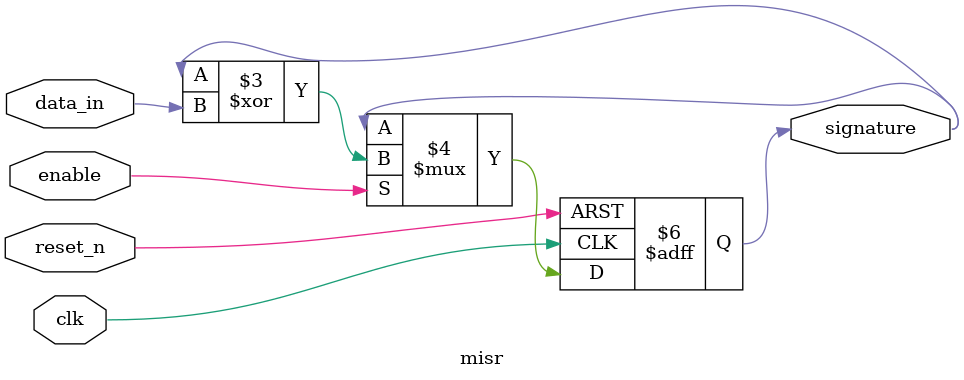
<source format=v>
module misr(
    input  wire clk,
    input  wire reset_n,
    input  wire enable,
    input  wire data_in,
    output reg  signature
);

    always @(posedge clk or negedge reset_n) begin
        if (!reset_n)
            signature <= 1'b0;
        else if (enable)
            signature <= signature ^ data_in;
    end

endmodule
</source>
